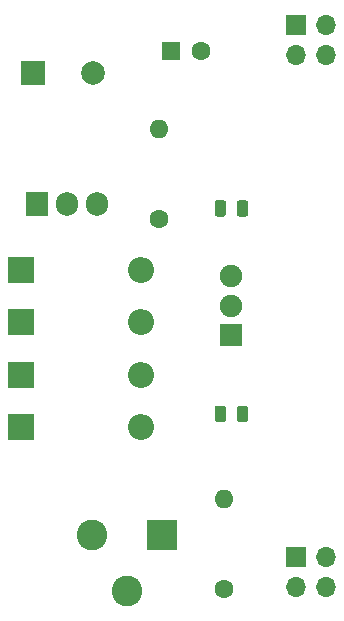
<source format=gts>
%TF.GenerationSoftware,KiCad,Pcbnew,(5.1.8)-1*%
%TF.CreationDate,2020-12-06T18:17:34-05:00*%
%TF.ProjectId,Breadboar Power Supply v1,42726561-6462-46f6-9172-20506f776572,1.0*%
%TF.SameCoordinates,Original*%
%TF.FileFunction,Soldermask,Top*%
%TF.FilePolarity,Negative*%
%FSLAX46Y46*%
G04 Gerber Fmt 4.6, Leading zero omitted, Abs format (unit mm)*
G04 Created by KiCad (PCBNEW (5.1.8)-1) date 2020-12-06 18:17:34*
%MOMM*%
%LPD*%
G01*
G04 APERTURE LIST*
%ADD10R,2.000000X2.000000*%
%ADD11C,2.000000*%
%ADD12R,1.600000X1.600000*%
%ADD13C,1.600000*%
%ADD14R,2.200000X2.200000*%
%ADD15O,2.200000X2.200000*%
%ADD16R,2.600000X2.600000*%
%ADD17C,2.600000*%
%ADD18R,1.700000X1.700000*%
%ADD19O,1.700000X1.700000*%
%ADD20O,1.600000X1.600000*%
%ADD21R,1.900000X1.900000*%
%ADD22C,1.900000*%
%ADD23R,1.905000X2.000000*%
%ADD24O,1.905000X2.000000*%
G04 APERTURE END LIST*
%TO.C,D6*%
G36*
G01*
X192601000Y-102183250D02*
X192601000Y-101270750D01*
G75*
G02*
X192844750Y-101027000I243750J0D01*
G01*
X193332250Y-101027000D01*
G75*
G02*
X193576000Y-101270750I0J-243750D01*
G01*
X193576000Y-102183250D01*
G75*
G02*
X193332250Y-102427000I-243750J0D01*
G01*
X192844750Y-102427000D01*
G75*
G02*
X192601000Y-102183250I0J243750D01*
G01*
G37*
G36*
G01*
X190726000Y-102183250D02*
X190726000Y-101270750D01*
G75*
G02*
X190969750Y-101027000I243750J0D01*
G01*
X191457250Y-101027000D01*
G75*
G02*
X191701000Y-101270750I0J-243750D01*
G01*
X191701000Y-102183250D01*
G75*
G02*
X191457250Y-102427000I-243750J0D01*
G01*
X190969750Y-102427000D01*
G75*
G02*
X190726000Y-102183250I0J243750D01*
G01*
G37*
%TD*%
%TO.C,D5*%
G36*
G01*
X192601000Y-119582250D02*
X192601000Y-118669750D01*
G75*
G02*
X192844750Y-118426000I243750J0D01*
G01*
X193332250Y-118426000D01*
G75*
G02*
X193576000Y-118669750I0J-243750D01*
G01*
X193576000Y-119582250D01*
G75*
G02*
X193332250Y-119826000I-243750J0D01*
G01*
X192844750Y-119826000D01*
G75*
G02*
X192601000Y-119582250I0J243750D01*
G01*
G37*
G36*
G01*
X190726000Y-119582250D02*
X190726000Y-118669750D01*
G75*
G02*
X190969750Y-118426000I243750J0D01*
G01*
X191457250Y-118426000D01*
G75*
G02*
X191701000Y-118669750I0J-243750D01*
G01*
X191701000Y-119582250D01*
G75*
G02*
X191457250Y-119826000I-243750J0D01*
G01*
X190969750Y-119826000D01*
G75*
G02*
X190726000Y-119582250I0J243750D01*
G01*
G37*
%TD*%
D10*
%TO.C,C1*%
X175387000Y-90297000D03*
D11*
X180387000Y-90297000D03*
%TD*%
D12*
%TO.C,C2*%
X187071000Y-88392000D03*
D13*
X189571000Y-88392000D03*
%TD*%
D14*
%TO.C,D1*%
X174349001Y-115815333D03*
D15*
X184509001Y-115815333D03*
%TD*%
%TO.C,D2*%
X184509001Y-106908001D03*
D14*
X174349001Y-106908001D03*
%TD*%
D15*
%TO.C,D3*%
X184509001Y-120269000D03*
D14*
X174349001Y-120269000D03*
%TD*%
%TO.C,D4*%
X174349001Y-111361667D03*
D15*
X184509001Y-111361667D03*
%TD*%
D16*
%TO.C,J1*%
X186309000Y-129413000D03*
D17*
X180309000Y-129413000D03*
X183309000Y-134113000D03*
%TD*%
D18*
%TO.C,J2*%
X197585000Y-86213000D03*
D19*
X200125000Y-86213000D03*
X197585000Y-88753000D03*
X200125000Y-88753000D03*
%TD*%
%TO.C,J3*%
X200125000Y-133747000D03*
X197585000Y-133747000D03*
X200125000Y-131207000D03*
D18*
X197585000Y-131207000D03*
%TD*%
D20*
%TO.C,R1*%
X191516000Y-126365000D03*
D13*
X191516000Y-133985000D03*
%TD*%
%TO.C,R2*%
X186055000Y-102616000D03*
D20*
X186055000Y-94996000D03*
%TD*%
D21*
%TO.C,SW1*%
X192102000Y-112454000D03*
D22*
X192102000Y-109954000D03*
X192102000Y-107454000D03*
%TD*%
D23*
%TO.C,U1*%
X175709001Y-101346000D03*
D24*
X178249001Y-101346000D03*
X180789001Y-101346000D03*
%TD*%
M02*

</source>
